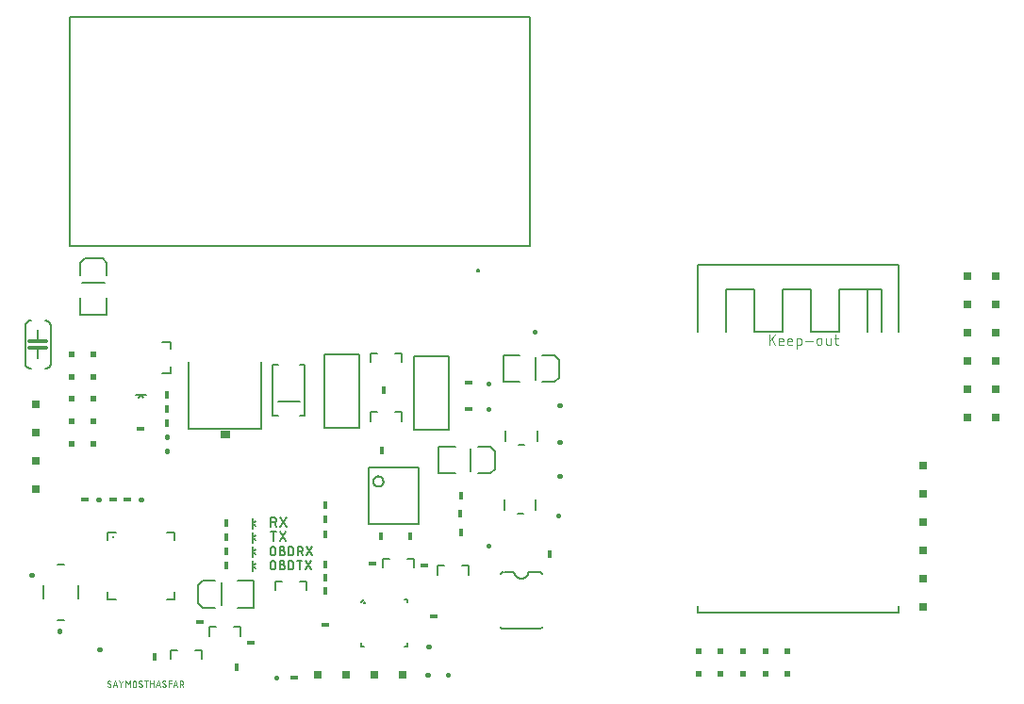
<source format=gto>
G04 EAGLE Gerber RS-274X export*
G75*
%MOMM*%
%FSLAX34Y34*%
%LPD*%
%INTop Silkscreen*%
%IPPOS*%
%AMOC8*
5,1,8,0,0,1.08239X$1,22.5*%
G01*
%ADD10C,0.152400*%
%ADD11C,0.127000*%
%ADD12C,0.050800*%
%ADD13C,0.203200*%
%ADD14C,0.406400*%
%ADD15R,0.406400X0.711200*%
%ADD16R,0.711200X0.406400*%
%ADD17C,0.300000*%
%ADD18R,0.863600X0.762000*%
%ADD19C,0.200000*%
%ADD20R,0.635000X0.635000*%
%ADD21C,0.304800*%
%ADD22R,0.508000X0.508000*%
%ADD23C,0.076200*%


D10*
X269431Y183452D02*
X269431Y192088D01*
X267032Y192088D02*
X271830Y192088D01*
X280844Y192088D02*
X275087Y183452D01*
X280844Y183452D02*
X275087Y192088D01*
X267032Y196152D02*
X267032Y204788D01*
X269431Y204788D01*
X269528Y204786D01*
X269624Y204780D01*
X269720Y204771D01*
X269816Y204757D01*
X269911Y204740D01*
X270005Y204718D01*
X270098Y204693D01*
X270191Y204665D01*
X270282Y204632D01*
X270371Y204596D01*
X270459Y204556D01*
X270546Y204513D01*
X270631Y204467D01*
X270713Y204417D01*
X270794Y204363D01*
X270872Y204307D01*
X270948Y204247D01*
X271022Y204185D01*
X271093Y204119D01*
X271161Y204051D01*
X271227Y203980D01*
X271289Y203906D01*
X271349Y203830D01*
X271405Y203752D01*
X271459Y203671D01*
X271509Y203588D01*
X271555Y203504D01*
X271598Y203417D01*
X271638Y203329D01*
X271674Y203240D01*
X271707Y203149D01*
X271735Y203056D01*
X271760Y202963D01*
X271782Y202869D01*
X271799Y202774D01*
X271813Y202678D01*
X271822Y202582D01*
X271828Y202486D01*
X271830Y202389D01*
X271828Y202292D01*
X271822Y202196D01*
X271813Y202100D01*
X271799Y202004D01*
X271782Y201909D01*
X271760Y201815D01*
X271735Y201722D01*
X271707Y201629D01*
X271674Y201538D01*
X271638Y201449D01*
X271598Y201361D01*
X271555Y201274D01*
X271509Y201190D01*
X271459Y201107D01*
X271405Y201026D01*
X271349Y200948D01*
X271289Y200872D01*
X271227Y200798D01*
X271161Y200727D01*
X271093Y200659D01*
X271022Y200593D01*
X270948Y200531D01*
X270872Y200471D01*
X270794Y200415D01*
X270713Y200361D01*
X270631Y200311D01*
X270546Y200265D01*
X270459Y200222D01*
X270371Y200182D01*
X270282Y200146D01*
X270191Y200113D01*
X270098Y200085D01*
X270005Y200060D01*
X269911Y200038D01*
X269816Y200021D01*
X269720Y200007D01*
X269624Y199998D01*
X269528Y199992D01*
X269431Y199990D01*
X267032Y199990D01*
X269911Y199990D02*
X271830Y196152D01*
X275612Y196152D02*
X281369Y204788D01*
X275612Y204788D02*
X281369Y196152D01*
D11*
X266905Y176128D02*
X266905Y172742D01*
X266905Y176128D02*
X266907Y176219D01*
X266913Y176310D01*
X266923Y176401D01*
X266936Y176491D01*
X266954Y176580D01*
X266975Y176669D01*
X267000Y176756D01*
X267029Y176843D01*
X267062Y176928D01*
X267098Y177011D01*
X267138Y177093D01*
X267181Y177173D01*
X267228Y177252D01*
X267278Y177328D01*
X267331Y177402D01*
X267387Y177473D01*
X267447Y177542D01*
X267509Y177609D01*
X267574Y177672D01*
X267642Y177733D01*
X267712Y177791D01*
X267785Y177846D01*
X267860Y177898D01*
X267937Y177946D01*
X268017Y177991D01*
X268098Y178033D01*
X268180Y178071D01*
X268265Y178105D01*
X268351Y178136D01*
X268438Y178163D01*
X268526Y178186D01*
X268615Y178205D01*
X268704Y178221D01*
X268795Y178233D01*
X268885Y178241D01*
X268976Y178245D01*
X269068Y178245D01*
X269159Y178241D01*
X269249Y178233D01*
X269340Y178221D01*
X269429Y178205D01*
X269518Y178186D01*
X269606Y178163D01*
X269693Y178136D01*
X269779Y178105D01*
X269864Y178071D01*
X269946Y178033D01*
X270027Y177991D01*
X270107Y177946D01*
X270184Y177898D01*
X270259Y177846D01*
X270332Y177791D01*
X270402Y177733D01*
X270470Y177672D01*
X270535Y177609D01*
X270597Y177542D01*
X270657Y177473D01*
X270713Y177402D01*
X270766Y177328D01*
X270816Y177252D01*
X270863Y177173D01*
X270906Y177093D01*
X270946Y177011D01*
X270982Y176928D01*
X271015Y176843D01*
X271044Y176756D01*
X271069Y176669D01*
X271090Y176580D01*
X271108Y176491D01*
X271121Y176401D01*
X271131Y176310D01*
X271137Y176219D01*
X271139Y176128D01*
X271138Y176128D02*
X271138Y172742D01*
X271139Y172742D02*
X271137Y172651D01*
X271131Y172560D01*
X271121Y172469D01*
X271108Y172379D01*
X271090Y172290D01*
X271069Y172201D01*
X271044Y172114D01*
X271015Y172027D01*
X270982Y171942D01*
X270946Y171859D01*
X270906Y171777D01*
X270863Y171697D01*
X270816Y171618D01*
X270766Y171542D01*
X270713Y171468D01*
X270657Y171397D01*
X270597Y171328D01*
X270535Y171261D01*
X270470Y171198D01*
X270402Y171137D01*
X270332Y171079D01*
X270259Y171024D01*
X270184Y170972D01*
X270107Y170924D01*
X270027Y170879D01*
X269946Y170837D01*
X269864Y170799D01*
X269779Y170765D01*
X269693Y170734D01*
X269606Y170707D01*
X269518Y170684D01*
X269429Y170665D01*
X269340Y170649D01*
X269249Y170637D01*
X269159Y170629D01*
X269068Y170625D01*
X268976Y170625D01*
X268885Y170629D01*
X268795Y170637D01*
X268704Y170649D01*
X268615Y170665D01*
X268526Y170684D01*
X268438Y170707D01*
X268351Y170734D01*
X268265Y170765D01*
X268180Y170799D01*
X268098Y170837D01*
X268017Y170879D01*
X267937Y170924D01*
X267860Y170972D01*
X267785Y171024D01*
X267712Y171079D01*
X267642Y171137D01*
X267574Y171198D01*
X267509Y171261D01*
X267447Y171328D01*
X267387Y171397D01*
X267331Y171468D01*
X267278Y171542D01*
X267228Y171618D01*
X267181Y171697D01*
X267138Y171777D01*
X267098Y171859D01*
X267062Y171942D01*
X267029Y172027D01*
X267000Y172114D01*
X266975Y172201D01*
X266954Y172290D01*
X266936Y172379D01*
X266923Y172469D01*
X266913Y172560D01*
X266907Y172651D01*
X266905Y172742D01*
X275338Y174858D02*
X277454Y174858D01*
X277454Y174859D02*
X277545Y174857D01*
X277636Y174851D01*
X277727Y174841D01*
X277817Y174828D01*
X277906Y174810D01*
X277995Y174789D01*
X278082Y174764D01*
X278169Y174735D01*
X278254Y174702D01*
X278337Y174666D01*
X278419Y174626D01*
X278499Y174583D01*
X278578Y174536D01*
X278654Y174486D01*
X278728Y174433D01*
X278799Y174377D01*
X278868Y174317D01*
X278935Y174255D01*
X278998Y174190D01*
X279059Y174122D01*
X279117Y174052D01*
X279172Y173979D01*
X279224Y173904D01*
X279272Y173827D01*
X279317Y173747D01*
X279359Y173666D01*
X279397Y173584D01*
X279431Y173499D01*
X279462Y173413D01*
X279489Y173326D01*
X279512Y173238D01*
X279531Y173149D01*
X279547Y173060D01*
X279559Y172969D01*
X279567Y172879D01*
X279571Y172788D01*
X279571Y172696D01*
X279567Y172605D01*
X279559Y172515D01*
X279547Y172424D01*
X279531Y172335D01*
X279512Y172246D01*
X279489Y172158D01*
X279462Y172071D01*
X279431Y171985D01*
X279397Y171900D01*
X279359Y171818D01*
X279317Y171737D01*
X279272Y171657D01*
X279224Y171580D01*
X279172Y171505D01*
X279117Y171432D01*
X279059Y171362D01*
X278998Y171294D01*
X278935Y171229D01*
X278868Y171167D01*
X278799Y171107D01*
X278728Y171051D01*
X278654Y170998D01*
X278578Y170948D01*
X278499Y170901D01*
X278419Y170858D01*
X278337Y170818D01*
X278254Y170782D01*
X278169Y170749D01*
X278082Y170720D01*
X277995Y170695D01*
X277906Y170674D01*
X277817Y170656D01*
X277727Y170643D01*
X277636Y170633D01*
X277545Y170627D01*
X277454Y170625D01*
X275338Y170625D01*
X275338Y178245D01*
X277454Y178245D01*
X277535Y178243D01*
X277615Y178237D01*
X277695Y178228D01*
X277774Y178214D01*
X277853Y178197D01*
X277931Y178176D01*
X278008Y178152D01*
X278083Y178124D01*
X278157Y178092D01*
X278230Y178057D01*
X278301Y178018D01*
X278369Y177976D01*
X278436Y177931D01*
X278501Y177883D01*
X278563Y177831D01*
X278622Y177777D01*
X278679Y177720D01*
X278733Y177661D01*
X278785Y177599D01*
X278833Y177534D01*
X278878Y177467D01*
X278920Y177399D01*
X278959Y177328D01*
X278994Y177255D01*
X279026Y177181D01*
X279054Y177106D01*
X279078Y177029D01*
X279099Y176951D01*
X279116Y176872D01*
X279130Y176793D01*
X279139Y176713D01*
X279145Y176633D01*
X279147Y176552D01*
X279145Y176471D01*
X279139Y176391D01*
X279130Y176311D01*
X279116Y176232D01*
X279099Y176153D01*
X279078Y176075D01*
X279054Y175998D01*
X279026Y175923D01*
X278994Y175849D01*
X278959Y175776D01*
X278920Y175706D01*
X278878Y175637D01*
X278833Y175570D01*
X278785Y175505D01*
X278733Y175443D01*
X278679Y175384D01*
X278622Y175327D01*
X278563Y175273D01*
X278501Y175221D01*
X278436Y175173D01*
X278369Y175128D01*
X278301Y175086D01*
X278230Y175047D01*
X278157Y175012D01*
X278083Y174980D01*
X278008Y174952D01*
X277931Y174928D01*
X277853Y174907D01*
X277774Y174890D01*
X277695Y174876D01*
X277615Y174867D01*
X277535Y174861D01*
X277454Y174859D01*
X283174Y178245D02*
X283174Y170625D01*
X283174Y178245D02*
X285290Y178245D01*
X285380Y178243D01*
X285470Y178237D01*
X285559Y178228D01*
X285648Y178215D01*
X285736Y178197D01*
X285823Y178177D01*
X285910Y178152D01*
X285995Y178124D01*
X286079Y178092D01*
X286162Y178057D01*
X286243Y178018D01*
X286322Y177976D01*
X286400Y177931D01*
X286475Y177882D01*
X286549Y177830D01*
X286620Y177775D01*
X286689Y177717D01*
X286755Y177656D01*
X286818Y177593D01*
X286879Y177527D01*
X286937Y177458D01*
X286992Y177387D01*
X287044Y177313D01*
X287093Y177238D01*
X287138Y177160D01*
X287180Y177081D01*
X287219Y177000D01*
X287254Y176917D01*
X287286Y176833D01*
X287314Y176748D01*
X287339Y176661D01*
X287359Y176574D01*
X287377Y176486D01*
X287390Y176397D01*
X287399Y176308D01*
X287405Y176218D01*
X287407Y176128D01*
X287407Y172742D01*
X287405Y172652D01*
X287399Y172562D01*
X287390Y172473D01*
X287377Y172384D01*
X287359Y172296D01*
X287339Y172209D01*
X287314Y172122D01*
X287286Y172037D01*
X287254Y171953D01*
X287219Y171870D01*
X287180Y171789D01*
X287138Y171710D01*
X287093Y171632D01*
X287044Y171557D01*
X286992Y171483D01*
X286937Y171412D01*
X286879Y171343D01*
X286818Y171277D01*
X286755Y171214D01*
X286689Y171153D01*
X286620Y171095D01*
X286549Y171040D01*
X286475Y170988D01*
X286400Y170939D01*
X286322Y170894D01*
X286243Y170852D01*
X286162Y170813D01*
X286079Y170778D01*
X285995Y170746D01*
X285910Y170718D01*
X285823Y170693D01*
X285736Y170673D01*
X285648Y170655D01*
X285559Y170642D01*
X285470Y170633D01*
X285380Y170627D01*
X285290Y170625D01*
X283174Y170625D01*
X291780Y170625D02*
X291780Y178245D01*
X293896Y178245D01*
X293987Y178243D01*
X294078Y178237D01*
X294169Y178227D01*
X294259Y178214D01*
X294348Y178196D01*
X294437Y178175D01*
X294524Y178150D01*
X294611Y178121D01*
X294696Y178088D01*
X294779Y178052D01*
X294861Y178012D01*
X294941Y177969D01*
X295020Y177922D01*
X295096Y177872D01*
X295170Y177819D01*
X295241Y177763D01*
X295310Y177703D01*
X295377Y177641D01*
X295440Y177576D01*
X295501Y177508D01*
X295559Y177438D01*
X295614Y177365D01*
X295666Y177290D01*
X295714Y177213D01*
X295759Y177133D01*
X295801Y177052D01*
X295839Y176970D01*
X295873Y176885D01*
X295904Y176799D01*
X295931Y176712D01*
X295954Y176624D01*
X295973Y176535D01*
X295989Y176446D01*
X296001Y176355D01*
X296009Y176265D01*
X296013Y176174D01*
X296013Y176082D01*
X296009Y175991D01*
X296001Y175901D01*
X295989Y175810D01*
X295973Y175721D01*
X295954Y175632D01*
X295931Y175544D01*
X295904Y175457D01*
X295873Y175371D01*
X295839Y175286D01*
X295801Y175204D01*
X295759Y175123D01*
X295714Y175043D01*
X295666Y174966D01*
X295614Y174891D01*
X295559Y174818D01*
X295501Y174748D01*
X295440Y174680D01*
X295377Y174615D01*
X295310Y174553D01*
X295241Y174493D01*
X295170Y174437D01*
X295096Y174384D01*
X295020Y174334D01*
X294941Y174287D01*
X294861Y174244D01*
X294779Y174204D01*
X294696Y174168D01*
X294611Y174135D01*
X294524Y174106D01*
X294437Y174081D01*
X294348Y174060D01*
X294259Y174042D01*
X294169Y174029D01*
X294078Y174019D01*
X293987Y174013D01*
X293896Y174011D01*
X293896Y174012D02*
X291780Y174012D01*
X294320Y174012D02*
X296013Y170625D01*
X299286Y170625D02*
X304366Y178245D01*
X299286Y178245D02*
X304366Y170625D01*
X266905Y163428D02*
X266905Y160042D01*
X266905Y163428D02*
X266907Y163519D01*
X266913Y163610D01*
X266923Y163701D01*
X266936Y163791D01*
X266954Y163880D01*
X266975Y163969D01*
X267000Y164056D01*
X267029Y164143D01*
X267062Y164228D01*
X267098Y164311D01*
X267138Y164393D01*
X267181Y164473D01*
X267228Y164552D01*
X267278Y164628D01*
X267331Y164702D01*
X267387Y164773D01*
X267447Y164842D01*
X267509Y164909D01*
X267574Y164972D01*
X267642Y165033D01*
X267712Y165091D01*
X267785Y165146D01*
X267860Y165198D01*
X267937Y165246D01*
X268017Y165291D01*
X268098Y165333D01*
X268180Y165371D01*
X268265Y165405D01*
X268351Y165436D01*
X268438Y165463D01*
X268526Y165486D01*
X268615Y165505D01*
X268704Y165521D01*
X268795Y165533D01*
X268885Y165541D01*
X268976Y165545D01*
X269068Y165545D01*
X269159Y165541D01*
X269249Y165533D01*
X269340Y165521D01*
X269429Y165505D01*
X269518Y165486D01*
X269606Y165463D01*
X269693Y165436D01*
X269779Y165405D01*
X269864Y165371D01*
X269946Y165333D01*
X270027Y165291D01*
X270107Y165246D01*
X270184Y165198D01*
X270259Y165146D01*
X270332Y165091D01*
X270402Y165033D01*
X270470Y164972D01*
X270535Y164909D01*
X270597Y164842D01*
X270657Y164773D01*
X270713Y164702D01*
X270766Y164628D01*
X270816Y164552D01*
X270863Y164473D01*
X270906Y164393D01*
X270946Y164311D01*
X270982Y164228D01*
X271015Y164143D01*
X271044Y164056D01*
X271069Y163969D01*
X271090Y163880D01*
X271108Y163791D01*
X271121Y163701D01*
X271131Y163610D01*
X271137Y163519D01*
X271139Y163428D01*
X271138Y163428D02*
X271138Y160042D01*
X271139Y160042D02*
X271137Y159951D01*
X271131Y159860D01*
X271121Y159769D01*
X271108Y159679D01*
X271090Y159590D01*
X271069Y159501D01*
X271044Y159414D01*
X271015Y159327D01*
X270982Y159242D01*
X270946Y159159D01*
X270906Y159077D01*
X270863Y158997D01*
X270816Y158918D01*
X270766Y158842D01*
X270713Y158768D01*
X270657Y158697D01*
X270597Y158628D01*
X270535Y158561D01*
X270470Y158498D01*
X270402Y158437D01*
X270332Y158379D01*
X270259Y158324D01*
X270184Y158272D01*
X270107Y158224D01*
X270027Y158179D01*
X269946Y158137D01*
X269864Y158099D01*
X269779Y158065D01*
X269693Y158034D01*
X269606Y158007D01*
X269518Y157984D01*
X269429Y157965D01*
X269340Y157949D01*
X269249Y157937D01*
X269159Y157929D01*
X269068Y157925D01*
X268976Y157925D01*
X268885Y157929D01*
X268795Y157937D01*
X268704Y157949D01*
X268615Y157965D01*
X268526Y157984D01*
X268438Y158007D01*
X268351Y158034D01*
X268265Y158065D01*
X268180Y158099D01*
X268098Y158137D01*
X268017Y158179D01*
X267937Y158224D01*
X267860Y158272D01*
X267785Y158324D01*
X267712Y158379D01*
X267642Y158437D01*
X267574Y158498D01*
X267509Y158561D01*
X267447Y158628D01*
X267387Y158697D01*
X267331Y158768D01*
X267278Y158842D01*
X267228Y158918D01*
X267181Y158997D01*
X267138Y159077D01*
X267098Y159159D01*
X267062Y159242D01*
X267029Y159327D01*
X267000Y159414D01*
X266975Y159501D01*
X266954Y159590D01*
X266936Y159679D01*
X266923Y159769D01*
X266913Y159860D01*
X266907Y159951D01*
X266905Y160042D01*
X275338Y162158D02*
X277454Y162158D01*
X277454Y162159D02*
X277545Y162157D01*
X277636Y162151D01*
X277727Y162141D01*
X277817Y162128D01*
X277906Y162110D01*
X277995Y162089D01*
X278082Y162064D01*
X278169Y162035D01*
X278254Y162002D01*
X278337Y161966D01*
X278419Y161926D01*
X278499Y161883D01*
X278578Y161836D01*
X278654Y161786D01*
X278728Y161733D01*
X278799Y161677D01*
X278868Y161617D01*
X278935Y161555D01*
X278998Y161490D01*
X279059Y161422D01*
X279117Y161352D01*
X279172Y161279D01*
X279224Y161204D01*
X279272Y161127D01*
X279317Y161047D01*
X279359Y160966D01*
X279397Y160884D01*
X279431Y160799D01*
X279462Y160713D01*
X279489Y160626D01*
X279512Y160538D01*
X279531Y160449D01*
X279547Y160360D01*
X279559Y160269D01*
X279567Y160179D01*
X279571Y160088D01*
X279571Y159996D01*
X279567Y159905D01*
X279559Y159815D01*
X279547Y159724D01*
X279531Y159635D01*
X279512Y159546D01*
X279489Y159458D01*
X279462Y159371D01*
X279431Y159285D01*
X279397Y159200D01*
X279359Y159118D01*
X279317Y159037D01*
X279272Y158957D01*
X279224Y158880D01*
X279172Y158805D01*
X279117Y158732D01*
X279059Y158662D01*
X278998Y158594D01*
X278935Y158529D01*
X278868Y158467D01*
X278799Y158407D01*
X278728Y158351D01*
X278654Y158298D01*
X278578Y158248D01*
X278499Y158201D01*
X278419Y158158D01*
X278337Y158118D01*
X278254Y158082D01*
X278169Y158049D01*
X278082Y158020D01*
X277995Y157995D01*
X277906Y157974D01*
X277817Y157956D01*
X277727Y157943D01*
X277636Y157933D01*
X277545Y157927D01*
X277454Y157925D01*
X275338Y157925D01*
X275338Y165545D01*
X277454Y165545D01*
X277535Y165543D01*
X277615Y165537D01*
X277695Y165528D01*
X277774Y165514D01*
X277853Y165497D01*
X277931Y165476D01*
X278008Y165452D01*
X278083Y165424D01*
X278157Y165392D01*
X278230Y165357D01*
X278301Y165318D01*
X278369Y165276D01*
X278436Y165231D01*
X278501Y165183D01*
X278563Y165131D01*
X278622Y165077D01*
X278679Y165020D01*
X278733Y164961D01*
X278785Y164899D01*
X278833Y164834D01*
X278878Y164767D01*
X278920Y164699D01*
X278959Y164628D01*
X278994Y164555D01*
X279026Y164481D01*
X279054Y164406D01*
X279078Y164329D01*
X279099Y164251D01*
X279116Y164172D01*
X279130Y164093D01*
X279139Y164013D01*
X279145Y163933D01*
X279147Y163852D01*
X279145Y163771D01*
X279139Y163691D01*
X279130Y163611D01*
X279116Y163532D01*
X279099Y163453D01*
X279078Y163375D01*
X279054Y163298D01*
X279026Y163223D01*
X278994Y163149D01*
X278959Y163076D01*
X278920Y163006D01*
X278878Y162937D01*
X278833Y162870D01*
X278785Y162805D01*
X278733Y162743D01*
X278679Y162684D01*
X278622Y162627D01*
X278563Y162573D01*
X278501Y162521D01*
X278436Y162473D01*
X278369Y162428D01*
X278301Y162386D01*
X278230Y162347D01*
X278157Y162312D01*
X278083Y162280D01*
X278008Y162252D01*
X277931Y162228D01*
X277853Y162207D01*
X277774Y162190D01*
X277695Y162176D01*
X277615Y162167D01*
X277535Y162161D01*
X277454Y162159D01*
X283174Y165545D02*
X283174Y157925D01*
X283174Y165545D02*
X285290Y165545D01*
X285380Y165543D01*
X285470Y165537D01*
X285559Y165528D01*
X285648Y165515D01*
X285736Y165497D01*
X285823Y165477D01*
X285910Y165452D01*
X285995Y165424D01*
X286079Y165392D01*
X286162Y165357D01*
X286243Y165318D01*
X286322Y165276D01*
X286400Y165231D01*
X286475Y165182D01*
X286549Y165130D01*
X286620Y165075D01*
X286689Y165017D01*
X286755Y164956D01*
X286818Y164893D01*
X286879Y164827D01*
X286937Y164758D01*
X286992Y164687D01*
X287044Y164613D01*
X287093Y164538D01*
X287138Y164460D01*
X287180Y164381D01*
X287219Y164300D01*
X287254Y164217D01*
X287286Y164133D01*
X287314Y164048D01*
X287339Y163961D01*
X287359Y163874D01*
X287377Y163786D01*
X287390Y163697D01*
X287399Y163608D01*
X287405Y163518D01*
X287407Y163428D01*
X287407Y160042D01*
X287405Y159952D01*
X287399Y159862D01*
X287390Y159773D01*
X287377Y159684D01*
X287359Y159596D01*
X287339Y159509D01*
X287314Y159422D01*
X287286Y159337D01*
X287254Y159253D01*
X287219Y159170D01*
X287180Y159089D01*
X287138Y159010D01*
X287093Y158932D01*
X287044Y158857D01*
X286992Y158783D01*
X286937Y158712D01*
X286879Y158643D01*
X286818Y158577D01*
X286755Y158514D01*
X286689Y158453D01*
X286620Y158395D01*
X286549Y158340D01*
X286475Y158288D01*
X286400Y158239D01*
X286322Y158194D01*
X286243Y158152D01*
X286162Y158113D01*
X286079Y158078D01*
X285995Y158046D01*
X285910Y158018D01*
X285823Y157993D01*
X285736Y157973D01*
X285648Y157955D01*
X285559Y157942D01*
X285470Y157933D01*
X285380Y157927D01*
X285290Y157925D01*
X283174Y157925D01*
X293025Y157925D02*
X293025Y165545D01*
X295141Y165545D02*
X290908Y165545D01*
X297952Y157925D02*
X303032Y165545D01*
X297952Y165545D02*
X303032Y157925D01*
D12*
X123359Y53496D02*
X123357Y53426D01*
X123351Y53357D01*
X123341Y53288D01*
X123328Y53220D01*
X123310Y53152D01*
X123289Y53086D01*
X123264Y53021D01*
X123236Y52957D01*
X123204Y52895D01*
X123169Y52835D01*
X123130Y52777D01*
X123088Y52722D01*
X123043Y52668D01*
X122995Y52618D01*
X122945Y52570D01*
X122891Y52525D01*
X122836Y52483D01*
X122778Y52444D01*
X122718Y52409D01*
X122656Y52377D01*
X122592Y52349D01*
X122527Y52324D01*
X122461Y52303D01*
X122393Y52285D01*
X122325Y52272D01*
X122256Y52262D01*
X122187Y52256D01*
X122117Y52254D01*
X122018Y52256D01*
X121920Y52261D01*
X121822Y52271D01*
X121724Y52284D01*
X121627Y52300D01*
X121530Y52320D01*
X121435Y52344D01*
X121340Y52372D01*
X121246Y52403D01*
X121154Y52437D01*
X121063Y52475D01*
X120973Y52516D01*
X120885Y52561D01*
X120799Y52609D01*
X120715Y52660D01*
X120633Y52714D01*
X120552Y52772D01*
X120474Y52832D01*
X120399Y52895D01*
X120325Y52961D01*
X120255Y53030D01*
X120409Y56600D02*
X120411Y56670D01*
X120417Y56739D01*
X120427Y56808D01*
X120440Y56876D01*
X120458Y56944D01*
X120479Y57010D01*
X120504Y57075D01*
X120532Y57139D01*
X120564Y57201D01*
X120599Y57261D01*
X120638Y57319D01*
X120680Y57374D01*
X120725Y57428D01*
X120773Y57478D01*
X120823Y57526D01*
X120877Y57571D01*
X120932Y57613D01*
X120990Y57652D01*
X121050Y57687D01*
X121112Y57719D01*
X121176Y57747D01*
X121241Y57772D01*
X121307Y57793D01*
X121375Y57811D01*
X121443Y57824D01*
X121512Y57834D01*
X121581Y57840D01*
X121651Y57842D01*
X121745Y57840D01*
X121838Y57834D01*
X121931Y57825D01*
X122024Y57812D01*
X122116Y57795D01*
X122207Y57775D01*
X122298Y57750D01*
X122387Y57723D01*
X122475Y57691D01*
X122562Y57656D01*
X122648Y57618D01*
X122731Y57576D01*
X122813Y57531D01*
X122894Y57483D01*
X122972Y57431D01*
X123048Y57376D01*
X121030Y55514D02*
X120971Y55550D01*
X120915Y55590D01*
X120861Y55633D01*
X120809Y55678D01*
X120760Y55727D01*
X120714Y55778D01*
X120671Y55831D01*
X120630Y55887D01*
X120593Y55945D01*
X120558Y56005D01*
X120528Y56066D01*
X120500Y56129D01*
X120476Y56194D01*
X120456Y56260D01*
X120439Y56327D01*
X120426Y56394D01*
X120417Y56462D01*
X120411Y56531D01*
X120409Y56600D01*
X122737Y54582D02*
X122796Y54546D01*
X122852Y54506D01*
X122906Y54463D01*
X122958Y54418D01*
X123007Y54369D01*
X123053Y54318D01*
X123096Y54265D01*
X123137Y54209D01*
X123174Y54151D01*
X123209Y54091D01*
X123239Y54030D01*
X123267Y53967D01*
X123291Y53902D01*
X123311Y53836D01*
X123328Y53769D01*
X123341Y53702D01*
X123350Y53634D01*
X123356Y53565D01*
X123358Y53496D01*
X122738Y54582D02*
X121030Y55514D01*
X125247Y52254D02*
X127110Y57842D01*
X128972Y52254D01*
X128507Y53651D02*
X125713Y53651D01*
X130733Y57842D02*
X132596Y55203D01*
X134459Y57842D01*
X132596Y55203D02*
X132596Y52254D01*
X136768Y52254D02*
X136768Y57842D01*
X138631Y54738D01*
X140494Y57842D01*
X140494Y52254D01*
X143114Y53806D02*
X143114Y56290D01*
X143116Y56367D01*
X143122Y56445D01*
X143131Y56521D01*
X143145Y56598D01*
X143162Y56673D01*
X143183Y56747D01*
X143208Y56821D01*
X143236Y56893D01*
X143268Y56963D01*
X143303Y57032D01*
X143342Y57099D01*
X143384Y57164D01*
X143429Y57227D01*
X143477Y57288D01*
X143528Y57346D01*
X143582Y57401D01*
X143639Y57454D01*
X143698Y57503D01*
X143760Y57550D01*
X143824Y57594D01*
X143890Y57634D01*
X143958Y57671D01*
X144028Y57705D01*
X144099Y57735D01*
X144172Y57761D01*
X144246Y57784D01*
X144321Y57803D01*
X144396Y57818D01*
X144473Y57830D01*
X144550Y57838D01*
X144627Y57842D01*
X144705Y57842D01*
X144782Y57838D01*
X144859Y57830D01*
X144936Y57818D01*
X145011Y57803D01*
X145086Y57784D01*
X145160Y57761D01*
X145233Y57735D01*
X145304Y57705D01*
X145374Y57671D01*
X145442Y57634D01*
X145508Y57594D01*
X145572Y57550D01*
X145634Y57503D01*
X145693Y57454D01*
X145750Y57401D01*
X145804Y57346D01*
X145855Y57288D01*
X145903Y57227D01*
X145948Y57164D01*
X145990Y57099D01*
X146029Y57032D01*
X146064Y56963D01*
X146096Y56893D01*
X146124Y56821D01*
X146149Y56747D01*
X146170Y56673D01*
X146187Y56598D01*
X146201Y56521D01*
X146210Y56445D01*
X146216Y56367D01*
X146218Y56290D01*
X146218Y53806D01*
X146216Y53729D01*
X146210Y53651D01*
X146201Y53575D01*
X146187Y53498D01*
X146170Y53423D01*
X146149Y53349D01*
X146124Y53275D01*
X146096Y53203D01*
X146064Y53133D01*
X146029Y53064D01*
X145990Y52997D01*
X145948Y52932D01*
X145903Y52869D01*
X145855Y52808D01*
X145804Y52750D01*
X145750Y52695D01*
X145693Y52642D01*
X145634Y52593D01*
X145572Y52546D01*
X145508Y52502D01*
X145442Y52462D01*
X145374Y52425D01*
X145304Y52391D01*
X145233Y52361D01*
X145160Y52335D01*
X145086Y52312D01*
X145011Y52293D01*
X144936Y52278D01*
X144859Y52266D01*
X144782Y52258D01*
X144705Y52254D01*
X144627Y52254D01*
X144550Y52258D01*
X144473Y52266D01*
X144396Y52278D01*
X144321Y52293D01*
X144246Y52312D01*
X144172Y52335D01*
X144099Y52361D01*
X144028Y52391D01*
X143958Y52425D01*
X143890Y52462D01*
X143824Y52502D01*
X143760Y52546D01*
X143698Y52593D01*
X143639Y52642D01*
X143582Y52695D01*
X143528Y52750D01*
X143477Y52808D01*
X143429Y52869D01*
X143384Y52932D01*
X143342Y52997D01*
X143303Y53064D01*
X143268Y53133D01*
X143236Y53203D01*
X143208Y53275D01*
X143183Y53349D01*
X143162Y53423D01*
X143145Y53498D01*
X143131Y53575D01*
X143122Y53651D01*
X143116Y53729D01*
X143114Y53806D01*
X150280Y52254D02*
X150350Y52256D01*
X150419Y52262D01*
X150488Y52272D01*
X150556Y52285D01*
X150624Y52303D01*
X150690Y52324D01*
X150755Y52349D01*
X150819Y52377D01*
X150881Y52409D01*
X150941Y52444D01*
X150999Y52483D01*
X151054Y52525D01*
X151108Y52570D01*
X151158Y52618D01*
X151206Y52668D01*
X151251Y52722D01*
X151293Y52777D01*
X151332Y52835D01*
X151367Y52895D01*
X151399Y52957D01*
X151427Y53021D01*
X151452Y53086D01*
X151473Y53152D01*
X151491Y53220D01*
X151504Y53288D01*
X151514Y53357D01*
X151520Y53426D01*
X151522Y53496D01*
X150280Y52254D02*
X150181Y52256D01*
X150083Y52261D01*
X149985Y52271D01*
X149887Y52284D01*
X149790Y52300D01*
X149693Y52320D01*
X149598Y52344D01*
X149503Y52372D01*
X149409Y52403D01*
X149317Y52437D01*
X149226Y52475D01*
X149136Y52516D01*
X149048Y52561D01*
X148962Y52609D01*
X148878Y52660D01*
X148796Y52714D01*
X148715Y52772D01*
X148637Y52832D01*
X148562Y52895D01*
X148488Y52961D01*
X148418Y53030D01*
X148572Y56600D02*
X148574Y56670D01*
X148580Y56739D01*
X148590Y56808D01*
X148603Y56876D01*
X148621Y56944D01*
X148642Y57010D01*
X148667Y57075D01*
X148695Y57139D01*
X148727Y57201D01*
X148762Y57261D01*
X148801Y57319D01*
X148843Y57374D01*
X148888Y57428D01*
X148936Y57478D01*
X148986Y57526D01*
X149040Y57571D01*
X149095Y57613D01*
X149153Y57652D01*
X149213Y57687D01*
X149275Y57719D01*
X149339Y57747D01*
X149404Y57772D01*
X149470Y57793D01*
X149538Y57811D01*
X149606Y57824D01*
X149675Y57834D01*
X149744Y57840D01*
X149814Y57842D01*
X149908Y57840D01*
X150001Y57834D01*
X150094Y57825D01*
X150187Y57812D01*
X150279Y57795D01*
X150370Y57775D01*
X150461Y57750D01*
X150550Y57723D01*
X150638Y57691D01*
X150725Y57656D01*
X150811Y57618D01*
X150894Y57576D01*
X150976Y57531D01*
X151057Y57483D01*
X151135Y57431D01*
X151211Y57376D01*
X149194Y55514D02*
X149135Y55550D01*
X149079Y55590D01*
X149025Y55633D01*
X148973Y55678D01*
X148924Y55727D01*
X148878Y55778D01*
X148835Y55831D01*
X148794Y55887D01*
X148757Y55945D01*
X148722Y56005D01*
X148692Y56066D01*
X148664Y56129D01*
X148640Y56194D01*
X148620Y56260D01*
X148603Y56327D01*
X148590Y56394D01*
X148581Y56462D01*
X148575Y56531D01*
X148573Y56600D01*
X150901Y54582D02*
X150960Y54546D01*
X151016Y54506D01*
X151070Y54463D01*
X151122Y54418D01*
X151171Y54369D01*
X151217Y54318D01*
X151260Y54265D01*
X151301Y54209D01*
X151338Y54151D01*
X151373Y54091D01*
X151403Y54030D01*
X151431Y53967D01*
X151455Y53902D01*
X151475Y53836D01*
X151492Y53769D01*
X151505Y53702D01*
X151514Y53634D01*
X151520Y53565D01*
X151522Y53496D01*
X150901Y54582D02*
X149194Y55514D01*
X154907Y57842D02*
X154907Y52254D01*
X153355Y57842D02*
X156460Y57842D01*
X158659Y57842D02*
X158659Y52254D01*
X158659Y55358D02*
X161763Y55358D01*
X161763Y57842D02*
X161763Y52254D01*
X164018Y52254D02*
X165880Y57842D01*
X167743Y52254D01*
X167277Y53651D02*
X164483Y53651D01*
X171494Y52254D02*
X171564Y52256D01*
X171633Y52262D01*
X171702Y52272D01*
X171770Y52285D01*
X171838Y52303D01*
X171904Y52324D01*
X171969Y52349D01*
X172033Y52377D01*
X172095Y52409D01*
X172155Y52444D01*
X172213Y52483D01*
X172268Y52525D01*
X172322Y52570D01*
X172372Y52618D01*
X172420Y52668D01*
X172465Y52722D01*
X172507Y52777D01*
X172546Y52835D01*
X172581Y52895D01*
X172613Y52957D01*
X172641Y53021D01*
X172666Y53086D01*
X172687Y53152D01*
X172705Y53220D01*
X172718Y53288D01*
X172728Y53357D01*
X172734Y53426D01*
X172736Y53496D01*
X171494Y52254D02*
X171395Y52256D01*
X171297Y52261D01*
X171199Y52271D01*
X171101Y52284D01*
X171004Y52300D01*
X170907Y52320D01*
X170812Y52344D01*
X170717Y52372D01*
X170623Y52403D01*
X170531Y52437D01*
X170440Y52475D01*
X170350Y52516D01*
X170262Y52561D01*
X170176Y52609D01*
X170092Y52660D01*
X170010Y52714D01*
X169929Y52772D01*
X169851Y52832D01*
X169776Y52895D01*
X169702Y52961D01*
X169632Y53030D01*
X169786Y56600D02*
X169788Y56670D01*
X169794Y56739D01*
X169804Y56808D01*
X169817Y56876D01*
X169835Y56944D01*
X169856Y57010D01*
X169881Y57075D01*
X169909Y57139D01*
X169941Y57201D01*
X169976Y57261D01*
X170015Y57319D01*
X170057Y57374D01*
X170102Y57428D01*
X170150Y57478D01*
X170200Y57526D01*
X170254Y57571D01*
X170309Y57613D01*
X170367Y57652D01*
X170427Y57687D01*
X170489Y57719D01*
X170553Y57747D01*
X170618Y57772D01*
X170684Y57793D01*
X170752Y57811D01*
X170820Y57824D01*
X170889Y57834D01*
X170958Y57840D01*
X171028Y57842D01*
X171122Y57840D01*
X171215Y57834D01*
X171308Y57825D01*
X171401Y57812D01*
X171493Y57795D01*
X171584Y57775D01*
X171675Y57750D01*
X171764Y57723D01*
X171852Y57691D01*
X171939Y57656D01*
X172025Y57618D01*
X172108Y57576D01*
X172190Y57531D01*
X172271Y57483D01*
X172349Y57431D01*
X172425Y57376D01*
X170408Y55514D02*
X170349Y55550D01*
X170293Y55590D01*
X170239Y55633D01*
X170187Y55678D01*
X170138Y55727D01*
X170092Y55778D01*
X170049Y55831D01*
X170008Y55887D01*
X169971Y55945D01*
X169936Y56005D01*
X169906Y56066D01*
X169878Y56129D01*
X169854Y56194D01*
X169834Y56260D01*
X169817Y56327D01*
X169804Y56394D01*
X169795Y56462D01*
X169789Y56531D01*
X169787Y56600D01*
X172115Y54582D02*
X172174Y54546D01*
X172230Y54506D01*
X172284Y54463D01*
X172336Y54418D01*
X172385Y54369D01*
X172431Y54318D01*
X172474Y54265D01*
X172515Y54209D01*
X172552Y54151D01*
X172587Y54091D01*
X172617Y54030D01*
X172645Y53967D01*
X172669Y53902D01*
X172689Y53836D01*
X172706Y53769D01*
X172719Y53702D01*
X172728Y53634D01*
X172734Y53565D01*
X172736Y53496D01*
X172115Y54582D02*
X170408Y55514D01*
X175129Y57842D02*
X175129Y52254D01*
X175129Y57842D02*
X177612Y57842D01*
X177612Y55358D02*
X175129Y55358D01*
X179379Y52254D02*
X181242Y57842D01*
X183105Y52254D01*
X182639Y53651D02*
X179845Y53651D01*
X185395Y52254D02*
X185395Y57842D01*
X186947Y57842D01*
X187024Y57840D01*
X187102Y57834D01*
X187178Y57825D01*
X187255Y57811D01*
X187330Y57794D01*
X187404Y57773D01*
X187478Y57748D01*
X187550Y57720D01*
X187620Y57688D01*
X187689Y57653D01*
X187756Y57614D01*
X187821Y57572D01*
X187884Y57527D01*
X187945Y57479D01*
X188003Y57428D01*
X188058Y57374D01*
X188111Y57317D01*
X188160Y57258D01*
X188207Y57196D01*
X188251Y57132D01*
X188291Y57066D01*
X188328Y56998D01*
X188362Y56928D01*
X188392Y56857D01*
X188418Y56784D01*
X188441Y56710D01*
X188460Y56635D01*
X188475Y56560D01*
X188487Y56483D01*
X188495Y56406D01*
X188499Y56329D01*
X188499Y56251D01*
X188495Y56174D01*
X188487Y56097D01*
X188475Y56020D01*
X188460Y55945D01*
X188441Y55870D01*
X188418Y55796D01*
X188392Y55723D01*
X188362Y55652D01*
X188328Y55582D01*
X188291Y55514D01*
X188251Y55448D01*
X188207Y55384D01*
X188160Y55322D01*
X188111Y55263D01*
X188058Y55206D01*
X188003Y55152D01*
X187945Y55101D01*
X187884Y55053D01*
X187821Y55008D01*
X187756Y54966D01*
X187689Y54927D01*
X187620Y54892D01*
X187550Y54860D01*
X187478Y54832D01*
X187404Y54807D01*
X187330Y54786D01*
X187255Y54769D01*
X187178Y54755D01*
X187102Y54746D01*
X187024Y54740D01*
X186947Y54738D01*
X185395Y54738D01*
X187258Y54738D02*
X188500Y52254D01*
D13*
X236900Y147700D02*
X251900Y147700D01*
X251900Y123700D01*
X236900Y123700D01*
X216900Y147700D02*
X205900Y147700D01*
X201900Y143700D01*
X201900Y127700D01*
X205900Y123700D01*
X216900Y123700D01*
D11*
X223090Y125540D02*
X223090Y145860D01*
D14*
X52405Y153100D02*
X51795Y153100D01*
X77500Y102605D02*
X77500Y101995D01*
X150395Y220900D02*
X151005Y220900D01*
X113305Y86300D02*
X112695Y86300D01*
D11*
X354708Y198300D02*
X354708Y249300D01*
X354708Y198300D02*
X399412Y198300D01*
X399412Y249300D01*
X354708Y249300D01*
D10*
X359026Y236921D02*
X359028Y237056D01*
X359034Y237191D01*
X359044Y237325D01*
X359058Y237459D01*
X359076Y237593D01*
X359097Y237726D01*
X359123Y237858D01*
X359153Y237990D01*
X359186Y238121D01*
X359223Y238250D01*
X359265Y238379D01*
X359309Y238506D01*
X359358Y238632D01*
X359410Y238756D01*
X359466Y238879D01*
X359526Y239000D01*
X359589Y239119D01*
X359655Y239236D01*
X359725Y239351D01*
X359799Y239465D01*
X359876Y239576D01*
X359955Y239684D01*
X360039Y239790D01*
X360125Y239894D01*
X360214Y239995D01*
X360306Y240094D01*
X360401Y240189D01*
X360499Y240282D01*
X360599Y240372D01*
X360702Y240459D01*
X360808Y240543D01*
X360916Y240624D01*
X361026Y240701D01*
X361139Y240775D01*
X361254Y240846D01*
X361371Y240914D01*
X361489Y240978D01*
X361610Y241038D01*
X361732Y241095D01*
X361856Y241148D01*
X361982Y241198D01*
X362108Y241244D01*
X362237Y241286D01*
X362366Y241324D01*
X362496Y241358D01*
X362628Y241389D01*
X362760Y241416D01*
X362893Y241438D01*
X363026Y241457D01*
X363160Y241472D01*
X363295Y241483D01*
X363429Y241490D01*
X363564Y241493D01*
X363699Y241492D01*
X363834Y241487D01*
X363968Y241478D01*
X364103Y241465D01*
X364237Y241448D01*
X364370Y241427D01*
X364502Y241403D01*
X364634Y241374D01*
X364765Y241342D01*
X364895Y241305D01*
X365024Y241265D01*
X365151Y241221D01*
X365277Y241173D01*
X365402Y241122D01*
X365525Y241067D01*
X365647Y241008D01*
X365766Y240946D01*
X365884Y240880D01*
X366000Y240811D01*
X366113Y240739D01*
X366225Y240663D01*
X366334Y240584D01*
X366441Y240502D01*
X366545Y240416D01*
X366647Y240328D01*
X366746Y240236D01*
X366843Y240142D01*
X366936Y240045D01*
X367027Y239945D01*
X367115Y239843D01*
X367199Y239738D01*
X367281Y239630D01*
X367359Y239520D01*
X367434Y239408D01*
X367506Y239294D01*
X367574Y239178D01*
X367639Y239059D01*
X367700Y238939D01*
X367758Y238817D01*
X367812Y238694D01*
X367863Y238569D01*
X367909Y238442D01*
X367952Y238315D01*
X367992Y238186D01*
X368027Y238055D01*
X368059Y237924D01*
X368086Y237792D01*
X368110Y237660D01*
X368130Y237526D01*
X368146Y237392D01*
X368158Y237258D01*
X368166Y237123D01*
X368170Y236988D01*
X368170Y236854D01*
X368166Y236719D01*
X368158Y236584D01*
X368146Y236450D01*
X368130Y236316D01*
X368110Y236182D01*
X368086Y236050D01*
X368059Y235918D01*
X368027Y235787D01*
X367992Y235656D01*
X367952Y235527D01*
X367909Y235400D01*
X367863Y235273D01*
X367812Y235148D01*
X367758Y235025D01*
X367700Y234903D01*
X367639Y234783D01*
X367574Y234664D01*
X367506Y234548D01*
X367434Y234434D01*
X367359Y234322D01*
X367281Y234212D01*
X367199Y234104D01*
X367115Y233999D01*
X367027Y233897D01*
X366936Y233797D01*
X366843Y233700D01*
X366746Y233606D01*
X366647Y233514D01*
X366545Y233426D01*
X366441Y233340D01*
X366334Y233258D01*
X366225Y233179D01*
X366113Y233103D01*
X366000Y233031D01*
X365884Y232962D01*
X365766Y232896D01*
X365647Y232834D01*
X365525Y232775D01*
X365402Y232720D01*
X365277Y232669D01*
X365151Y232621D01*
X365024Y232577D01*
X364895Y232537D01*
X364765Y232500D01*
X364634Y232468D01*
X364502Y232439D01*
X364370Y232415D01*
X364237Y232394D01*
X364103Y232377D01*
X363968Y232364D01*
X363834Y232355D01*
X363699Y232350D01*
X363564Y232349D01*
X363429Y232352D01*
X363295Y232359D01*
X363160Y232370D01*
X363026Y232385D01*
X362893Y232404D01*
X362760Y232426D01*
X362628Y232453D01*
X362496Y232484D01*
X362366Y232518D01*
X362237Y232556D01*
X362108Y232598D01*
X361982Y232644D01*
X361856Y232694D01*
X361732Y232747D01*
X361610Y232804D01*
X361489Y232864D01*
X361371Y232928D01*
X361254Y232996D01*
X361139Y233067D01*
X361026Y233141D01*
X360916Y233218D01*
X360808Y233299D01*
X360702Y233383D01*
X360599Y233470D01*
X360499Y233560D01*
X360401Y233653D01*
X360306Y233748D01*
X360214Y233847D01*
X360125Y233948D01*
X360039Y234052D01*
X359955Y234158D01*
X359876Y234266D01*
X359799Y234377D01*
X359725Y234491D01*
X359655Y234606D01*
X359589Y234723D01*
X359526Y234842D01*
X359466Y234963D01*
X359410Y235086D01*
X359358Y235210D01*
X359309Y235336D01*
X359265Y235463D01*
X359223Y235592D01*
X359186Y235721D01*
X359153Y235852D01*
X359123Y235984D01*
X359097Y236116D01*
X359076Y236249D01*
X359058Y236383D01*
X359044Y236517D01*
X359034Y236651D01*
X359028Y236786D01*
X359026Y236921D01*
D15*
X365600Y187700D03*
X315800Y138700D03*
X315800Y189500D03*
X392000Y187700D03*
X437100Y207800D03*
X438100Y191100D03*
X315800Y215900D03*
X315800Y203200D03*
X438100Y224200D03*
X173500Y289500D03*
X236400Y70200D03*
X173500Y302200D03*
X173500Y314900D03*
D16*
X405000Y161300D03*
X249300Y91600D03*
X358200Y163300D03*
D14*
X503820Y371115D02*
X503820Y371725D01*
X526145Y272000D02*
X526755Y272000D01*
D11*
X315200Y285100D02*
X315200Y351100D01*
X315200Y285100D02*
X346200Y285100D01*
X346200Y351100D01*
X315200Y351100D01*
D15*
X368800Y318700D03*
D11*
X395500Y349100D02*
X395500Y283100D01*
X426500Y283100D01*
X426500Y349100D01*
X395500Y349100D01*
D15*
X366900Y264700D03*
D13*
X476252Y104700D02*
X507748Y104700D01*
X498350Y155500D02*
X498333Y155342D01*
X498311Y155184D01*
X498285Y155027D01*
X498256Y154871D01*
X498222Y154715D01*
X498185Y154561D01*
X498144Y154407D01*
X498099Y154254D01*
X498050Y154103D01*
X497997Y153953D01*
X497941Y153804D01*
X497881Y153656D01*
X497817Y153510D01*
X497750Y153366D01*
X497679Y153224D01*
X497605Y153083D01*
X497527Y152944D01*
X497446Y152807D01*
X497361Y152673D01*
X497273Y152540D01*
X497182Y152410D01*
X497087Y152282D01*
X496990Y152156D01*
X496889Y152033D01*
X496785Y151912D01*
X496678Y151794D01*
X496569Y151679D01*
X496456Y151566D01*
X496341Y151457D01*
X496223Y151350D01*
X496102Y151246D01*
X495979Y151145D01*
X495854Y151048D01*
X495726Y150953D01*
X495595Y150862D01*
X495463Y150774D01*
X495328Y150689D01*
X495191Y150608D01*
X495052Y150530D01*
X494912Y150456D01*
X494769Y150385D01*
X494625Y150318D01*
X494479Y150254D01*
X494332Y150194D01*
X494183Y150138D01*
X494033Y150085D01*
X493881Y150037D01*
X493729Y149992D01*
X493575Y149950D01*
X493420Y149913D01*
X493265Y149880D01*
X493108Y149850D01*
X492951Y149824D01*
X492794Y149803D01*
X492635Y149785D01*
X492477Y149771D01*
X492318Y149761D01*
X492159Y149755D01*
X492000Y149753D01*
X491841Y149755D01*
X491682Y149761D01*
X491523Y149771D01*
X491365Y149785D01*
X491206Y149803D01*
X491049Y149824D01*
X490892Y149850D01*
X490735Y149880D01*
X490580Y149913D01*
X490425Y149950D01*
X490271Y149992D01*
X490119Y150037D01*
X489967Y150085D01*
X489817Y150138D01*
X489668Y150194D01*
X489521Y150254D01*
X489375Y150318D01*
X489231Y150385D01*
X489088Y150456D01*
X488948Y150530D01*
X488809Y150608D01*
X488672Y150689D01*
X488537Y150774D01*
X488405Y150862D01*
X488274Y150953D01*
X488146Y151048D01*
X488021Y151145D01*
X487898Y151246D01*
X487777Y151350D01*
X487659Y151457D01*
X487544Y151566D01*
X487431Y151679D01*
X487322Y151794D01*
X487215Y151912D01*
X487111Y152033D01*
X487010Y152156D01*
X486913Y152282D01*
X486818Y152410D01*
X486727Y152540D01*
X486639Y152673D01*
X486554Y152807D01*
X486473Y152944D01*
X486395Y153083D01*
X486321Y153224D01*
X486250Y153366D01*
X486183Y153510D01*
X486119Y153656D01*
X486059Y153804D01*
X486003Y153953D01*
X485950Y154103D01*
X485901Y154254D01*
X485856Y154407D01*
X485815Y154561D01*
X485778Y154715D01*
X485744Y154871D01*
X485715Y155027D01*
X485689Y155184D01*
X485667Y155342D01*
X485650Y155500D01*
X498350Y155500D02*
X507240Y155500D01*
X485650Y155500D02*
X476760Y155500D01*
X507748Y155500D02*
X507865Y155501D01*
X507981Y155497D01*
X508098Y155490D01*
X508214Y155479D01*
X508330Y155464D01*
X508445Y155445D01*
X508560Y155423D01*
X508673Y155397D01*
X508786Y155368D01*
X508898Y155335D01*
X509009Y155298D01*
X509119Y155258D01*
X509227Y155214D01*
X509334Y155167D01*
X509439Y155117D01*
X509543Y155063D01*
X509644Y155006D01*
X509744Y154946D01*
X509842Y154882D01*
X509938Y154815D01*
X510032Y154746D01*
X510123Y154673D01*
X510212Y154597D01*
X510299Y154519D01*
X510382Y154438D01*
X510464Y154354D01*
X510542Y154268D01*
X510618Y154179D01*
X476252Y104700D02*
X476135Y104699D01*
X476019Y104703D01*
X475902Y104710D01*
X475786Y104721D01*
X475670Y104736D01*
X475555Y104755D01*
X475440Y104777D01*
X475327Y104803D01*
X475214Y104832D01*
X475102Y104865D01*
X474991Y104902D01*
X474881Y104942D01*
X474773Y104986D01*
X474666Y105033D01*
X474561Y105083D01*
X474457Y105137D01*
X474356Y105194D01*
X474256Y105254D01*
X474158Y105318D01*
X474062Y105385D01*
X473968Y105454D01*
X473877Y105527D01*
X473788Y105603D01*
X473701Y105681D01*
X473618Y105762D01*
X473536Y105846D01*
X473458Y105932D01*
X473382Y106021D01*
X507748Y104700D02*
X507869Y104701D01*
X507990Y104705D01*
X508111Y104714D01*
X508231Y104726D01*
X508351Y104742D01*
X508470Y104763D01*
X508589Y104787D01*
X508706Y104815D01*
X508823Y104847D01*
X508939Y104882D01*
X509053Y104922D01*
X509166Y104965D01*
X509277Y105012D01*
X509387Y105063D01*
X509495Y105117D01*
X509602Y105174D01*
X509706Y105236D01*
X509808Y105300D01*
X509908Y105368D01*
X510006Y105439D01*
X510102Y105513D01*
X510194Y105591D01*
X510285Y105671D01*
X510372Y105755D01*
X510457Y105841D01*
X510539Y105930D01*
X510618Y106021D01*
X476252Y155500D02*
X476131Y155499D01*
X476010Y155495D01*
X475889Y155486D01*
X475769Y155474D01*
X475649Y155458D01*
X475530Y155437D01*
X475411Y155413D01*
X475294Y155385D01*
X475177Y155353D01*
X475061Y155318D01*
X474947Y155278D01*
X474834Y155235D01*
X474723Y155188D01*
X474613Y155137D01*
X474505Y155083D01*
X474398Y155026D01*
X474294Y154964D01*
X474192Y154900D01*
X474092Y154832D01*
X473994Y154761D01*
X473898Y154687D01*
X473806Y154609D01*
X473715Y154529D01*
X473628Y154445D01*
X473543Y154359D01*
X473461Y154270D01*
X473382Y154179D01*
D15*
X517400Y171200D03*
D14*
X462775Y179100D02*
X462165Y179100D01*
D16*
X138000Y220900D03*
X444800Y301800D03*
X444800Y325400D03*
D14*
X462195Y301800D02*
X462805Y301800D01*
X462805Y324400D02*
X462195Y324400D01*
D15*
X315800Y162100D03*
D14*
X173500Y263795D02*
X173500Y264405D01*
D13*
X120700Y191100D02*
X120700Y184100D01*
X120700Y191100D02*
X127700Y191100D01*
X127700Y131100D02*
X120700Y131100D01*
X120700Y138100D01*
X180700Y138100D02*
X180700Y131100D01*
X173700Y131100D01*
X173700Y191100D02*
X180700Y191100D01*
X180700Y184100D01*
D17*
X125300Y186500D03*
D13*
X356800Y352100D02*
X362800Y352100D01*
X356800Y352100D02*
X356800Y344100D01*
X378800Y352100D02*
X384800Y352100D01*
X384800Y344100D01*
X362900Y299100D02*
X356900Y299100D01*
X356900Y291100D01*
X378900Y299100D02*
X384900Y299100D01*
X384900Y291100D01*
X373600Y167300D02*
X367600Y167300D01*
X367600Y159300D01*
X389600Y167300D02*
X395600Y167300D01*
X395600Y159300D01*
D15*
X315800Y150400D03*
X162400Y79400D03*
D13*
X477776Y273526D02*
X477776Y282114D01*
X506224Y282114D02*
X506224Y273526D01*
X494684Y269716D02*
X489316Y269716D01*
X62500Y143400D02*
X62500Y131400D01*
X75500Y162400D02*
X81500Y162400D01*
X94500Y143400D02*
X94500Y131400D01*
X81500Y112400D02*
X75500Y112400D01*
X177300Y85500D02*
X183300Y85500D01*
X177300Y85500D02*
X177300Y77500D01*
X199300Y85500D02*
X205300Y85500D01*
X205300Y77500D01*
X177500Y356300D02*
X177500Y362300D01*
X169500Y362300D01*
X177500Y340300D02*
X177500Y334300D01*
X169500Y334300D01*
X258766Y344254D02*
X258770Y284310D01*
X193230Y284310D01*
X193234Y344254D01*
D18*
X226000Y279484D03*
D16*
X125300Y220900D03*
X99900Y220900D03*
X203800Y110300D03*
D15*
X226900Y199200D03*
X226900Y186500D03*
D13*
X250600Y199200D02*
X250600Y203800D01*
X250600Y199200D02*
X250600Y194600D01*
X250600Y199200D02*
X253700Y201538D01*
X250754Y198946D02*
X253700Y197016D01*
X250600Y191100D02*
X250600Y186500D01*
X250600Y181900D01*
X250600Y186500D02*
X253700Y188838D01*
X250754Y186246D02*
X253700Y184316D01*
D14*
X112905Y220900D02*
X112295Y220900D01*
D15*
X226900Y173800D03*
X226900Y161100D03*
D13*
X250600Y173800D02*
X250600Y178400D01*
X250600Y173800D02*
X250600Y169200D01*
X250600Y173800D02*
X253700Y176138D01*
X250754Y173546D02*
X253700Y171616D01*
X250600Y165700D02*
X250600Y161100D01*
X250600Y156500D01*
X250600Y161100D02*
X253700Y163438D01*
X250754Y160846D02*
X253700Y158916D01*
X476776Y211706D02*
X476776Y220294D01*
X505224Y220294D02*
X505224Y211706D01*
X493684Y207896D02*
X488316Y207896D01*
X433000Y244100D02*
X418000Y244100D01*
X418000Y268100D01*
X433000Y268100D01*
X453000Y244100D02*
X464000Y244100D01*
X468000Y248100D01*
X468000Y264100D01*
X464000Y268100D01*
X453000Y268100D01*
D11*
X446810Y266260D02*
X446810Y245940D01*
D14*
X526005Y242000D02*
X526615Y242000D01*
X526555Y305000D02*
X525945Y305000D01*
X525325Y206490D02*
X524715Y206490D01*
X173500Y276495D02*
X173500Y277105D01*
D16*
X150400Y283900D03*
D13*
X150300Y314800D02*
X154900Y314800D01*
X150300Y314800D02*
X145700Y314800D01*
X150300Y314800D02*
X152638Y311700D01*
X150046Y314646D02*
X148116Y311700D01*
X475820Y326100D02*
X490820Y326100D01*
X475820Y326100D02*
X475820Y350100D01*
X490820Y350100D01*
X510820Y326100D02*
X521820Y326100D01*
X525820Y330100D01*
X525820Y346100D01*
X521820Y350100D01*
X510820Y350100D01*
D11*
X504630Y348260D02*
X504630Y327940D01*
D13*
X423000Y161300D02*
X417000Y161300D01*
X417000Y153300D01*
X439000Y161300D02*
X445000Y161300D01*
X445000Y153300D01*
X276900Y147300D02*
X270900Y147300D01*
X270900Y139300D01*
X292900Y147300D02*
X298900Y147300D01*
X298900Y139300D01*
X217800Y106300D02*
X211800Y106300D01*
X211800Y98300D01*
X233800Y106300D02*
X239800Y106300D01*
X239800Y98300D01*
D11*
X86500Y448800D02*
X499500Y448800D01*
X86500Y448800D02*
X86500Y653800D01*
X499500Y653800D01*
X499500Y448800D01*
D19*
X452000Y426300D02*
X452002Y426363D01*
X452008Y426425D01*
X452018Y426487D01*
X452031Y426549D01*
X452049Y426609D01*
X452070Y426668D01*
X452095Y426726D01*
X452124Y426782D01*
X452156Y426836D01*
X452191Y426888D01*
X452229Y426937D01*
X452271Y426985D01*
X452315Y427029D01*
X452363Y427071D01*
X452412Y427109D01*
X452464Y427144D01*
X452518Y427176D01*
X452574Y427205D01*
X452632Y427230D01*
X452691Y427251D01*
X452751Y427269D01*
X452813Y427282D01*
X452875Y427292D01*
X452937Y427298D01*
X453000Y427300D01*
X453063Y427298D01*
X453125Y427292D01*
X453187Y427282D01*
X453249Y427269D01*
X453309Y427251D01*
X453368Y427230D01*
X453426Y427205D01*
X453482Y427176D01*
X453536Y427144D01*
X453588Y427109D01*
X453637Y427071D01*
X453685Y427029D01*
X453729Y426985D01*
X453771Y426937D01*
X453809Y426888D01*
X453844Y426836D01*
X453876Y426782D01*
X453905Y426726D01*
X453930Y426668D01*
X453951Y426609D01*
X453969Y426549D01*
X453982Y426487D01*
X453992Y426425D01*
X453998Y426363D01*
X454000Y426300D01*
X453998Y426237D01*
X453992Y426175D01*
X453982Y426113D01*
X453969Y426051D01*
X453951Y425991D01*
X453930Y425932D01*
X453905Y425874D01*
X453876Y425818D01*
X453844Y425764D01*
X453809Y425712D01*
X453771Y425663D01*
X453729Y425615D01*
X453685Y425571D01*
X453637Y425529D01*
X453588Y425491D01*
X453536Y425456D01*
X453482Y425424D01*
X453426Y425395D01*
X453368Y425370D01*
X453309Y425349D01*
X453249Y425331D01*
X453187Y425318D01*
X453125Y425308D01*
X453063Y425302D01*
X453000Y425300D01*
X452937Y425302D01*
X452875Y425308D01*
X452813Y425318D01*
X452751Y425331D01*
X452691Y425349D01*
X452632Y425370D01*
X452574Y425395D01*
X452518Y425424D01*
X452464Y425456D01*
X452412Y425491D01*
X452363Y425529D01*
X452315Y425571D01*
X452271Y425615D01*
X452229Y425663D01*
X452191Y425712D01*
X452156Y425764D01*
X452124Y425818D01*
X452095Y425874D01*
X452070Y425932D01*
X452049Y425991D01*
X452031Y426051D01*
X452018Y426113D01*
X452008Y426175D01*
X452002Y426237D01*
X452000Y426300D01*
D13*
X297800Y341800D02*
X293300Y341800D01*
X297800Y341800D02*
X297800Y295800D01*
X293300Y295800D01*
X273300Y295800D02*
X268800Y295800D01*
X268800Y341800D01*
X273300Y341800D01*
X273300Y308800D02*
X293300Y308800D01*
D20*
X56000Y306000D03*
X56000Y280600D03*
X56000Y255200D03*
X56000Y229800D03*
D10*
X69430Y376510D02*
X69428Y376650D01*
X69422Y376790D01*
X69413Y376930D01*
X69399Y377069D01*
X69382Y377208D01*
X69361Y377346D01*
X69336Y377484D01*
X69307Y377621D01*
X69275Y377757D01*
X69238Y377892D01*
X69198Y378026D01*
X69155Y378159D01*
X69107Y378291D01*
X69057Y378422D01*
X69002Y378551D01*
X68944Y378678D01*
X68883Y378804D01*
X68818Y378928D01*
X68749Y379050D01*
X68678Y379170D01*
X68603Y379288D01*
X68525Y379405D01*
X68443Y379519D01*
X68359Y379630D01*
X68271Y379739D01*
X68181Y379846D01*
X68087Y379951D01*
X67991Y380052D01*
X67892Y380151D01*
X67791Y380247D01*
X67686Y380341D01*
X67579Y380431D01*
X67470Y380519D01*
X67359Y380603D01*
X67245Y380685D01*
X67128Y380763D01*
X67010Y380838D01*
X66890Y380909D01*
X66768Y380978D01*
X66644Y381043D01*
X66518Y381104D01*
X66391Y381162D01*
X66262Y381217D01*
X66131Y381267D01*
X65999Y381315D01*
X65866Y381358D01*
X65732Y381398D01*
X65597Y381435D01*
X65461Y381467D01*
X65324Y381496D01*
X65186Y381521D01*
X65048Y381542D01*
X64909Y381559D01*
X64770Y381573D01*
X64630Y381582D01*
X64490Y381588D01*
X64350Y381590D01*
X51650Y381590D02*
X51510Y381588D01*
X51370Y381582D01*
X51230Y381573D01*
X51091Y381559D01*
X50952Y381542D01*
X50814Y381521D01*
X50676Y381496D01*
X50539Y381467D01*
X50403Y381435D01*
X50268Y381398D01*
X50134Y381358D01*
X50001Y381315D01*
X49869Y381267D01*
X49738Y381217D01*
X49609Y381162D01*
X49482Y381104D01*
X49356Y381043D01*
X49232Y380978D01*
X49110Y380909D01*
X48990Y380838D01*
X48872Y380763D01*
X48755Y380685D01*
X48641Y380603D01*
X48530Y380519D01*
X48421Y380431D01*
X48314Y380341D01*
X48209Y380247D01*
X48108Y380151D01*
X48009Y380052D01*
X47913Y379951D01*
X47819Y379846D01*
X47729Y379739D01*
X47641Y379630D01*
X47557Y379519D01*
X47475Y379405D01*
X47397Y379288D01*
X47322Y379170D01*
X47251Y379050D01*
X47182Y378928D01*
X47117Y378804D01*
X47056Y378678D01*
X46998Y378551D01*
X46943Y378422D01*
X46893Y378291D01*
X46845Y378159D01*
X46802Y378026D01*
X46762Y377892D01*
X46725Y377757D01*
X46693Y377621D01*
X46664Y377484D01*
X46639Y377346D01*
X46618Y377208D01*
X46601Y377069D01*
X46587Y376930D01*
X46578Y376790D01*
X46572Y376650D01*
X46570Y376510D01*
X69430Y376510D02*
X69430Y343490D01*
X46570Y343490D02*
X46570Y376510D01*
X69430Y343490D02*
X69428Y343350D01*
X69422Y343210D01*
X69413Y343070D01*
X69399Y342931D01*
X69382Y342792D01*
X69361Y342654D01*
X69336Y342516D01*
X69307Y342379D01*
X69275Y342243D01*
X69238Y342108D01*
X69198Y341974D01*
X69155Y341841D01*
X69107Y341709D01*
X69057Y341578D01*
X69002Y341449D01*
X68944Y341322D01*
X68883Y341196D01*
X68818Y341072D01*
X68749Y340950D01*
X68678Y340830D01*
X68603Y340712D01*
X68525Y340595D01*
X68443Y340481D01*
X68359Y340370D01*
X68271Y340261D01*
X68181Y340154D01*
X68087Y340049D01*
X67991Y339948D01*
X67892Y339849D01*
X67791Y339753D01*
X67686Y339659D01*
X67579Y339569D01*
X67470Y339481D01*
X67359Y339397D01*
X67245Y339315D01*
X67128Y339237D01*
X67010Y339162D01*
X66890Y339091D01*
X66768Y339022D01*
X66644Y338957D01*
X66518Y338896D01*
X66391Y338838D01*
X66262Y338783D01*
X66131Y338733D01*
X65999Y338685D01*
X65866Y338642D01*
X65732Y338602D01*
X65597Y338565D01*
X65461Y338533D01*
X65324Y338504D01*
X65186Y338479D01*
X65048Y338458D01*
X64909Y338441D01*
X64770Y338427D01*
X64630Y338418D01*
X64490Y338412D01*
X64350Y338410D01*
X51650Y338410D02*
X51510Y338412D01*
X51370Y338418D01*
X51230Y338427D01*
X51091Y338441D01*
X50952Y338458D01*
X50814Y338479D01*
X50676Y338504D01*
X50539Y338533D01*
X50403Y338565D01*
X50268Y338602D01*
X50134Y338642D01*
X50001Y338685D01*
X49869Y338733D01*
X49738Y338783D01*
X49609Y338838D01*
X49482Y338896D01*
X49356Y338957D01*
X49232Y339022D01*
X49110Y339091D01*
X48990Y339162D01*
X48872Y339237D01*
X48755Y339315D01*
X48641Y339397D01*
X48530Y339481D01*
X48421Y339569D01*
X48314Y339659D01*
X48209Y339753D01*
X48108Y339849D01*
X48009Y339948D01*
X47913Y340049D01*
X47819Y340154D01*
X47729Y340261D01*
X47641Y340370D01*
X47557Y340481D01*
X47475Y340595D01*
X47397Y340712D01*
X47322Y340830D01*
X47251Y340950D01*
X47182Y341072D01*
X47117Y341196D01*
X47056Y341322D01*
X46998Y341449D01*
X46943Y341578D01*
X46893Y341709D01*
X46845Y341841D01*
X46802Y341974D01*
X46762Y342108D01*
X46725Y342243D01*
X46693Y342379D01*
X46664Y342516D01*
X46639Y342654D01*
X46618Y342792D01*
X46601Y342931D01*
X46587Y343070D01*
X46578Y343210D01*
X46572Y343350D01*
X46570Y343490D01*
D21*
X58000Y363048D02*
X65620Y363048D01*
X58000Y363048D02*
X50380Y363048D01*
X58000Y356698D02*
X65620Y356698D01*
X58000Y356698D02*
X50380Y356698D01*
D10*
X58000Y356698D02*
X58000Y347300D01*
X58000Y363048D02*
X58000Y372700D01*
D22*
X108000Y271000D03*
X108000Y291000D03*
X108000Y311000D03*
X108000Y331000D03*
X108000Y351000D03*
X88000Y271000D03*
X88000Y291000D03*
X88000Y311000D03*
X88000Y331000D03*
X88000Y351000D03*
D13*
X120000Y387000D02*
X120000Y402000D01*
X120000Y387000D02*
X96000Y387000D01*
X96000Y402000D01*
X120000Y422000D02*
X120000Y433000D01*
X116000Y437000D01*
X100000Y437000D01*
X96000Y433000D01*
X96000Y422000D01*
D11*
X97840Y415810D02*
X118160Y415810D01*
X387000Y131000D02*
X390000Y131000D01*
X390000Y128000D01*
X390000Y89000D02*
X387000Y89000D01*
X390000Y89000D02*
X390000Y92000D01*
X351000Y89000D02*
X348000Y89000D01*
X348000Y92000D01*
X348000Y128000D02*
X351000Y131000D01*
X350568Y127800D02*
X350570Y127850D01*
X350576Y127899D01*
X350585Y127948D01*
X350599Y127995D01*
X350616Y128042D01*
X350637Y128087D01*
X350661Y128130D01*
X350689Y128171D01*
X350719Y128210D01*
X350753Y128247D01*
X350790Y128281D01*
X350829Y128311D01*
X350870Y128339D01*
X350913Y128363D01*
X350958Y128384D01*
X351005Y128401D01*
X351052Y128415D01*
X351101Y128424D01*
X351150Y128430D01*
X351200Y128432D01*
X351250Y128430D01*
X351299Y128424D01*
X351348Y128415D01*
X351395Y128401D01*
X351442Y128384D01*
X351487Y128363D01*
X351530Y128339D01*
X351571Y128311D01*
X351610Y128281D01*
X351647Y128247D01*
X351681Y128210D01*
X351711Y128171D01*
X351739Y128130D01*
X351763Y128087D01*
X351784Y128042D01*
X351801Y127995D01*
X351815Y127948D01*
X351824Y127899D01*
X351830Y127850D01*
X351832Y127800D01*
X351830Y127750D01*
X351824Y127701D01*
X351815Y127652D01*
X351801Y127605D01*
X351784Y127558D01*
X351763Y127513D01*
X351739Y127470D01*
X351711Y127429D01*
X351681Y127390D01*
X351647Y127353D01*
X351610Y127319D01*
X351571Y127289D01*
X351530Y127261D01*
X351487Y127237D01*
X351442Y127216D01*
X351395Y127199D01*
X351348Y127185D01*
X351299Y127176D01*
X351250Y127170D01*
X351200Y127168D01*
X351150Y127170D01*
X351101Y127176D01*
X351052Y127185D01*
X351005Y127199D01*
X350958Y127216D01*
X350913Y127237D01*
X350870Y127261D01*
X350829Y127289D01*
X350790Y127319D01*
X350753Y127353D01*
X350719Y127390D01*
X350689Y127429D01*
X350661Y127470D01*
X350637Y127513D01*
X350616Y127558D01*
X350599Y127605D01*
X350585Y127652D01*
X350576Y127701D01*
X350570Y127750D01*
X350568Y127800D01*
D14*
X425695Y63000D02*
X426305Y63000D01*
X408305Y63000D02*
X407695Y63000D01*
X408695Y89000D02*
X409305Y89000D01*
D16*
X316000Y108000D03*
X413000Y116000D03*
D14*
X272305Y61000D02*
X271695Y61000D01*
D16*
X288000Y61000D03*
D20*
X309000Y63000D03*
X334400Y63000D03*
X359800Y63000D03*
X385200Y63000D03*
D11*
X650500Y371700D02*
X650500Y431700D01*
X830500Y431700D01*
X830500Y371700D01*
X830500Y119400D02*
X650500Y119400D01*
X650500Y124700D01*
X830500Y124700D02*
X830500Y119400D01*
D23*
X714381Y359381D02*
X714381Y368779D01*
X719602Y368779D02*
X714381Y363036D01*
X716469Y365124D02*
X719602Y359381D01*
X724568Y359381D02*
X727178Y359381D01*
X724568Y359381D02*
X724491Y359383D01*
X724415Y359389D01*
X724338Y359398D01*
X724262Y359411D01*
X724187Y359428D01*
X724113Y359448D01*
X724040Y359473D01*
X723969Y359500D01*
X723898Y359531D01*
X723830Y359566D01*
X723763Y359604D01*
X723698Y359645D01*
X723635Y359689D01*
X723575Y359736D01*
X723516Y359787D01*
X723461Y359840D01*
X723408Y359895D01*
X723357Y359954D01*
X723310Y360014D01*
X723266Y360077D01*
X723225Y360142D01*
X723187Y360209D01*
X723152Y360277D01*
X723121Y360348D01*
X723094Y360419D01*
X723069Y360492D01*
X723049Y360566D01*
X723032Y360641D01*
X723019Y360717D01*
X723010Y360794D01*
X723004Y360870D01*
X723002Y360947D01*
X723001Y360947D02*
X723001Y363558D01*
X723002Y363558D02*
X723004Y363648D01*
X723010Y363737D01*
X723019Y363827D01*
X723033Y363916D01*
X723050Y364004D01*
X723071Y364091D01*
X723096Y364178D01*
X723125Y364263D01*
X723157Y364347D01*
X723192Y364429D01*
X723232Y364510D01*
X723274Y364589D01*
X723320Y364666D01*
X723370Y364741D01*
X723422Y364814D01*
X723478Y364885D01*
X723536Y364953D01*
X723598Y365018D01*
X723662Y365081D01*
X723729Y365141D01*
X723798Y365198D01*
X723870Y365252D01*
X723944Y365303D01*
X724020Y365351D01*
X724098Y365395D01*
X724178Y365436D01*
X724260Y365474D01*
X724343Y365508D01*
X724428Y365538D01*
X724514Y365565D01*
X724600Y365588D01*
X724688Y365607D01*
X724777Y365622D01*
X724866Y365634D01*
X724955Y365642D01*
X725045Y365646D01*
X725135Y365646D01*
X725225Y365642D01*
X725314Y365634D01*
X725403Y365622D01*
X725492Y365607D01*
X725580Y365588D01*
X725666Y365565D01*
X725752Y365538D01*
X725837Y365508D01*
X725920Y365474D01*
X726002Y365436D01*
X726082Y365395D01*
X726160Y365351D01*
X726236Y365303D01*
X726310Y365252D01*
X726382Y365198D01*
X726451Y365141D01*
X726518Y365081D01*
X726582Y365018D01*
X726644Y364953D01*
X726702Y364885D01*
X726758Y364814D01*
X726810Y364741D01*
X726860Y364666D01*
X726906Y364589D01*
X726948Y364510D01*
X726988Y364429D01*
X727023Y364347D01*
X727055Y364263D01*
X727084Y364178D01*
X727109Y364091D01*
X727130Y364004D01*
X727147Y363916D01*
X727161Y363827D01*
X727170Y363737D01*
X727176Y363648D01*
X727178Y363558D01*
X727178Y362514D01*
X723001Y362514D01*
X732493Y359381D02*
X735103Y359381D01*
X732493Y359381D02*
X732416Y359383D01*
X732340Y359389D01*
X732263Y359398D01*
X732187Y359411D01*
X732112Y359428D01*
X732038Y359448D01*
X731965Y359473D01*
X731894Y359500D01*
X731823Y359531D01*
X731755Y359566D01*
X731688Y359604D01*
X731623Y359645D01*
X731560Y359689D01*
X731500Y359736D01*
X731441Y359787D01*
X731386Y359840D01*
X731333Y359895D01*
X731282Y359954D01*
X731235Y360014D01*
X731191Y360077D01*
X731150Y360142D01*
X731112Y360209D01*
X731077Y360277D01*
X731046Y360348D01*
X731019Y360419D01*
X730994Y360492D01*
X730974Y360566D01*
X730957Y360641D01*
X730944Y360717D01*
X730935Y360794D01*
X730929Y360870D01*
X730927Y360947D01*
X730926Y360947D02*
X730926Y363558D01*
X730927Y363558D02*
X730929Y363648D01*
X730935Y363737D01*
X730944Y363827D01*
X730958Y363916D01*
X730975Y364004D01*
X730996Y364091D01*
X731021Y364178D01*
X731050Y364263D01*
X731082Y364347D01*
X731117Y364429D01*
X731157Y364510D01*
X731199Y364589D01*
X731245Y364666D01*
X731295Y364741D01*
X731347Y364814D01*
X731403Y364885D01*
X731461Y364953D01*
X731523Y365018D01*
X731587Y365081D01*
X731654Y365141D01*
X731723Y365198D01*
X731795Y365252D01*
X731869Y365303D01*
X731945Y365351D01*
X732023Y365395D01*
X732103Y365436D01*
X732185Y365474D01*
X732268Y365508D01*
X732353Y365538D01*
X732439Y365565D01*
X732525Y365588D01*
X732613Y365607D01*
X732702Y365622D01*
X732791Y365634D01*
X732880Y365642D01*
X732970Y365646D01*
X733060Y365646D01*
X733150Y365642D01*
X733239Y365634D01*
X733328Y365622D01*
X733417Y365607D01*
X733505Y365588D01*
X733591Y365565D01*
X733677Y365538D01*
X733762Y365508D01*
X733845Y365474D01*
X733927Y365436D01*
X734007Y365395D01*
X734085Y365351D01*
X734161Y365303D01*
X734235Y365252D01*
X734307Y365198D01*
X734376Y365141D01*
X734443Y365081D01*
X734507Y365018D01*
X734569Y364953D01*
X734627Y364885D01*
X734683Y364814D01*
X734735Y364741D01*
X734785Y364666D01*
X734831Y364589D01*
X734873Y364510D01*
X734913Y364429D01*
X734948Y364347D01*
X734980Y364263D01*
X735009Y364178D01*
X735034Y364091D01*
X735055Y364004D01*
X735072Y363916D01*
X735086Y363827D01*
X735095Y363737D01*
X735101Y363648D01*
X735103Y363558D01*
X735103Y362514D01*
X730926Y362514D01*
X739201Y365646D02*
X739201Y356248D01*
X739201Y365646D02*
X741812Y365646D01*
X741889Y365644D01*
X741965Y365638D01*
X742042Y365629D01*
X742118Y365616D01*
X742193Y365599D01*
X742267Y365579D01*
X742340Y365554D01*
X742411Y365527D01*
X742482Y365496D01*
X742550Y365461D01*
X742617Y365423D01*
X742682Y365382D01*
X742745Y365338D01*
X742805Y365291D01*
X742864Y365240D01*
X742919Y365187D01*
X742972Y365132D01*
X743023Y365073D01*
X743070Y365013D01*
X743114Y364950D01*
X743155Y364885D01*
X743193Y364818D01*
X743228Y364750D01*
X743259Y364679D01*
X743286Y364608D01*
X743311Y364535D01*
X743331Y364461D01*
X743348Y364386D01*
X743361Y364310D01*
X743370Y364234D01*
X743376Y364157D01*
X743378Y364080D01*
X743378Y360947D01*
X743376Y360870D01*
X743370Y360794D01*
X743361Y360717D01*
X743348Y360641D01*
X743331Y360566D01*
X743311Y360492D01*
X743286Y360419D01*
X743259Y360348D01*
X743228Y360277D01*
X743193Y360209D01*
X743155Y360142D01*
X743114Y360077D01*
X743070Y360014D01*
X743023Y359954D01*
X742972Y359895D01*
X742919Y359840D01*
X742864Y359787D01*
X742805Y359736D01*
X742745Y359689D01*
X742682Y359645D01*
X742617Y359604D01*
X742550Y359566D01*
X742482Y359531D01*
X742411Y359500D01*
X742340Y359473D01*
X742267Y359448D01*
X742193Y359428D01*
X742118Y359411D01*
X742042Y359398D01*
X741965Y359389D01*
X741889Y359383D01*
X741812Y359381D01*
X739201Y359381D01*
X747255Y363036D02*
X753521Y363036D01*
X757444Y363558D02*
X757444Y361469D01*
X757444Y363558D02*
X757446Y363648D01*
X757452Y363737D01*
X757461Y363827D01*
X757475Y363916D01*
X757492Y364004D01*
X757513Y364091D01*
X757538Y364178D01*
X757567Y364263D01*
X757599Y364347D01*
X757634Y364429D01*
X757674Y364510D01*
X757716Y364589D01*
X757762Y364666D01*
X757812Y364741D01*
X757864Y364814D01*
X757920Y364885D01*
X757978Y364953D01*
X758040Y365018D01*
X758104Y365081D01*
X758171Y365141D01*
X758240Y365198D01*
X758312Y365252D01*
X758386Y365303D01*
X758462Y365351D01*
X758540Y365395D01*
X758620Y365436D01*
X758702Y365474D01*
X758785Y365508D01*
X758870Y365538D01*
X758956Y365565D01*
X759042Y365588D01*
X759130Y365607D01*
X759219Y365622D01*
X759308Y365634D01*
X759397Y365642D01*
X759487Y365646D01*
X759577Y365646D01*
X759667Y365642D01*
X759756Y365634D01*
X759845Y365622D01*
X759934Y365607D01*
X760022Y365588D01*
X760108Y365565D01*
X760194Y365538D01*
X760279Y365508D01*
X760362Y365474D01*
X760444Y365436D01*
X760524Y365395D01*
X760602Y365351D01*
X760678Y365303D01*
X760752Y365252D01*
X760824Y365198D01*
X760893Y365141D01*
X760960Y365081D01*
X761024Y365018D01*
X761086Y364953D01*
X761144Y364885D01*
X761200Y364814D01*
X761252Y364741D01*
X761302Y364666D01*
X761348Y364589D01*
X761390Y364510D01*
X761430Y364429D01*
X761465Y364347D01*
X761497Y364263D01*
X761526Y364178D01*
X761551Y364091D01*
X761572Y364004D01*
X761589Y363916D01*
X761603Y363827D01*
X761612Y363737D01*
X761618Y363648D01*
X761620Y363558D01*
X761621Y363558D02*
X761621Y361469D01*
X761620Y361469D02*
X761618Y361379D01*
X761612Y361290D01*
X761603Y361200D01*
X761589Y361111D01*
X761572Y361023D01*
X761551Y360936D01*
X761526Y360849D01*
X761497Y360764D01*
X761465Y360680D01*
X761430Y360598D01*
X761390Y360517D01*
X761348Y360438D01*
X761302Y360361D01*
X761252Y360286D01*
X761200Y360213D01*
X761144Y360142D01*
X761086Y360074D01*
X761024Y360009D01*
X760960Y359946D01*
X760893Y359886D01*
X760824Y359829D01*
X760752Y359775D01*
X760678Y359724D01*
X760602Y359676D01*
X760524Y359632D01*
X760444Y359591D01*
X760362Y359553D01*
X760279Y359519D01*
X760194Y359489D01*
X760108Y359462D01*
X760022Y359439D01*
X759934Y359420D01*
X759845Y359405D01*
X759756Y359393D01*
X759667Y359385D01*
X759577Y359381D01*
X759487Y359381D01*
X759397Y359385D01*
X759308Y359393D01*
X759219Y359405D01*
X759130Y359420D01*
X759042Y359439D01*
X758956Y359462D01*
X758870Y359489D01*
X758785Y359519D01*
X758702Y359553D01*
X758620Y359591D01*
X758540Y359632D01*
X758462Y359676D01*
X758386Y359724D01*
X758312Y359775D01*
X758240Y359829D01*
X758171Y359886D01*
X758104Y359946D01*
X758040Y360009D01*
X757978Y360074D01*
X757920Y360142D01*
X757864Y360213D01*
X757812Y360286D01*
X757762Y360361D01*
X757716Y360438D01*
X757674Y360517D01*
X757634Y360598D01*
X757599Y360680D01*
X757567Y360764D01*
X757538Y360849D01*
X757513Y360936D01*
X757492Y361023D01*
X757475Y361111D01*
X757461Y361200D01*
X757452Y361290D01*
X757446Y361379D01*
X757444Y361469D01*
X765673Y360947D02*
X765673Y365646D01*
X765674Y360947D02*
X765676Y360870D01*
X765682Y360794D01*
X765691Y360717D01*
X765704Y360641D01*
X765721Y360566D01*
X765741Y360492D01*
X765766Y360419D01*
X765793Y360348D01*
X765824Y360277D01*
X765859Y360209D01*
X765897Y360142D01*
X765938Y360077D01*
X765982Y360014D01*
X766029Y359954D01*
X766080Y359895D01*
X766133Y359840D01*
X766188Y359787D01*
X766247Y359736D01*
X766307Y359689D01*
X766370Y359645D01*
X766435Y359604D01*
X766502Y359566D01*
X766570Y359531D01*
X766641Y359500D01*
X766712Y359473D01*
X766785Y359448D01*
X766859Y359428D01*
X766934Y359411D01*
X767010Y359398D01*
X767087Y359389D01*
X767163Y359383D01*
X767240Y359381D01*
X769850Y359381D01*
X769850Y365646D01*
X773134Y365646D02*
X776267Y365646D01*
X774178Y368779D02*
X774178Y360947D01*
X774179Y360947D02*
X774181Y360870D01*
X774187Y360794D01*
X774196Y360717D01*
X774209Y360641D01*
X774226Y360566D01*
X774246Y360492D01*
X774271Y360419D01*
X774298Y360348D01*
X774329Y360277D01*
X774364Y360209D01*
X774402Y360142D01*
X774443Y360077D01*
X774487Y360014D01*
X774534Y359954D01*
X774585Y359895D01*
X774638Y359840D01*
X774693Y359787D01*
X774752Y359736D01*
X774812Y359689D01*
X774875Y359645D01*
X774940Y359604D01*
X775007Y359566D01*
X775075Y359531D01*
X775146Y359500D01*
X775217Y359473D01*
X775290Y359448D01*
X775364Y359428D01*
X775439Y359411D01*
X775515Y359398D01*
X775592Y359389D01*
X775668Y359383D01*
X775745Y359381D01*
X776267Y359381D01*
D11*
X675900Y371700D02*
X675900Y409800D01*
X701300Y409800D01*
X701300Y371700D01*
X726700Y371700D01*
X726700Y409800D01*
X752100Y409800D01*
X752100Y371700D01*
X777500Y371700D01*
X777500Y409800D01*
X802900Y409800D01*
X815600Y409800D01*
X815600Y371700D01*
X802900Y371700D02*
X802900Y409800D01*
D20*
X893000Y421000D03*
X893000Y395600D03*
X918400Y421000D03*
X893000Y344800D03*
X893000Y319400D03*
X893000Y294000D03*
X918400Y395600D03*
X918400Y294000D03*
X893000Y370200D03*
X918400Y370200D03*
X918400Y344800D03*
X918400Y319400D03*
D22*
X731000Y84000D03*
X711000Y84000D03*
X691000Y84000D03*
X671000Y84000D03*
X651000Y84000D03*
X731000Y64000D03*
X711000Y64000D03*
X691000Y64000D03*
X671000Y64000D03*
X651000Y64000D03*
D20*
X853000Y124000D03*
X853000Y149400D03*
X853000Y174800D03*
X853000Y200200D03*
X853000Y225600D03*
X853000Y251000D03*
M02*

</source>
